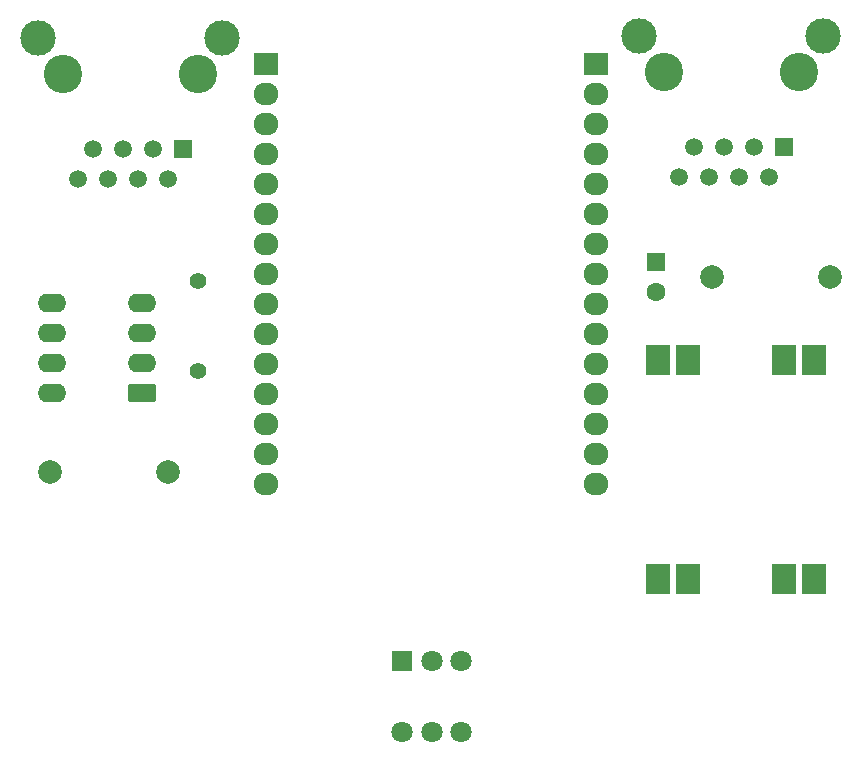
<source format=gbr>
%TF.GenerationSoftware,KiCad,Pcbnew,9.0.6*%
%TF.CreationDate,2025-12-01T16:28:18+01:00*%
%TF.ProjectId,Wavin-AHC-9000-mqtt,57617669-6e2d-4414-9843-2d393030302d,rev?*%
%TF.SameCoordinates,Original*%
%TF.FileFunction,Soldermask,Top*%
%TF.FilePolarity,Negative*%
%FSLAX46Y46*%
G04 Gerber Fmt 4.6, Leading zero omitted, Abs format (unit mm)*
G04 Created by KiCad (PCBNEW 9.0.6) date 2025-12-01 16:28:18*
%MOMM*%
%LPD*%
G01*
G04 APERTURE LIST*
G04 Aperture macros list*
%AMRoundRect*
0 Rectangle with rounded corners*
0 $1 Rounding radius*
0 $2 $3 $4 $5 $6 $7 $8 $9 X,Y pos of 4 corners*
0 Add a 4 corners polygon primitive as box body*
4,1,4,$2,$3,$4,$5,$6,$7,$8,$9,$2,$3,0*
0 Add four circle primitives for the rounded corners*
1,1,$1+$1,$2,$3*
1,1,$1+$1,$4,$5*
1,1,$1+$1,$6,$7*
1,1,$1+$1,$8,$9*
0 Add four rect primitives between the rounded corners*
20,1,$1+$1,$2,$3,$4,$5,0*
20,1,$1+$1,$4,$5,$6,$7,0*
20,1,$1+$1,$6,$7,$8,$9,0*
20,1,$1+$1,$8,$9,$2,$3,0*%
G04 Aperture macros list end*
%ADD10C,3.250000*%
%ADD11R,1.500000X1.500000*%
%ADD12C,1.500000*%
%ADD13C,3.000000*%
%ADD14C,2.000000*%
%ADD15RoundRect,0.250000X-0.550000X0.550000X-0.550000X-0.550000X0.550000X-0.550000X0.550000X0.550000X0*%
%ADD16C,1.600000*%
%ADD17R,2.100000X1.900000*%
%ADD18O,2.100000X1.900000*%
%ADD19C,1.400000*%
%ADD20RoundRect,0.250000X0.950000X0.550000X-0.950000X0.550000X-0.950000X-0.550000X0.950000X-0.550000X0*%
%ADD21O,2.400000X1.600000*%
%ADD22R,1.800000X1.800000*%
%ADD23C,1.800000*%
%ADD24R,2.032000X2.540000*%
G04 APERTURE END LIST*
D10*
%TO.C,J2*%
X145100000Y-80650000D03*
X133670000Y-80650000D03*
D11*
X143830000Y-87000000D03*
D12*
X142560000Y-89540000D03*
X141290000Y-87000000D03*
X140020000Y-89540000D03*
X138750000Y-87000000D03*
X137480000Y-89540000D03*
X136210000Y-87000000D03*
X134940000Y-89540000D03*
D13*
X147155000Y-77600000D03*
X131615000Y-77600000D03*
%TD*%
D14*
%TO.C,C1*%
X81750000Y-114500000D03*
X91750000Y-114500000D03*
%TD*%
D15*
%TO.C,C3*%
X133000000Y-96771100D03*
D16*
X133000000Y-99271100D03*
%TD*%
D10*
%TO.C,J1*%
X94215000Y-80805000D03*
X82785000Y-80805000D03*
D11*
X92945000Y-87155000D03*
D12*
X91675000Y-89695000D03*
X90405000Y-87155000D03*
X89135000Y-89695000D03*
X87865000Y-87155000D03*
X86595000Y-89695000D03*
X85325000Y-87155000D03*
X84055000Y-89695000D03*
D13*
X96270000Y-77755000D03*
X80730000Y-77755000D03*
%TD*%
D17*
%TO.C,U1*%
X100000000Y-80000000D03*
D18*
X100000000Y-82540000D03*
X100000000Y-85080000D03*
X100000000Y-87620000D03*
X100000000Y-90160000D03*
X100000000Y-92700000D03*
X100000000Y-95240000D03*
X100000000Y-97780000D03*
X100000000Y-100320000D03*
X100000000Y-102860000D03*
X100000000Y-105400000D03*
X100000000Y-107940000D03*
X100000000Y-110480000D03*
X100000000Y-113020000D03*
X100000000Y-115560000D03*
X127940000Y-115560000D03*
X127940000Y-113020000D03*
X127940000Y-110480000D03*
X127940000Y-107940000D03*
X127940000Y-105400000D03*
X127940000Y-102860000D03*
X127940000Y-100320000D03*
X127940000Y-97780000D03*
X127940000Y-95240000D03*
X127940000Y-92700000D03*
X127940000Y-90160000D03*
X127940000Y-87620000D03*
X127940000Y-85080000D03*
X127940000Y-82540000D03*
D17*
X127940000Y-80000000D03*
%TD*%
D19*
%TO.C,R1*%
X94250000Y-98380000D03*
X94250000Y-106000000D03*
%TD*%
D20*
%TO.C,U3*%
X89500000Y-107870000D03*
D21*
X89500000Y-105330000D03*
X89500000Y-102790000D03*
X89500000Y-100250000D03*
X81880000Y-100250000D03*
X81880000Y-102790000D03*
X81880000Y-105330000D03*
X81880000Y-107870000D03*
%TD*%
D22*
%TO.C,SW1*%
X111555000Y-130555000D03*
D23*
X114055000Y-130555000D03*
X116555000Y-130555000D03*
X111555000Y-136555000D03*
X114055000Y-136555000D03*
X116555000Y-136555000D03*
%TD*%
D24*
%TO.C,A1*%
X146418000Y-123542000D03*
X143878000Y-123542000D03*
X135750000Y-123542000D03*
X133210000Y-123542000D03*
X146418000Y-105000000D03*
X143878000Y-105000000D03*
X135750000Y-105000000D03*
X133210000Y-105000000D03*
%TD*%
D14*
%TO.C,C2*%
X137750000Y-98000000D03*
X147750000Y-98000000D03*
%TD*%
M02*

</source>
